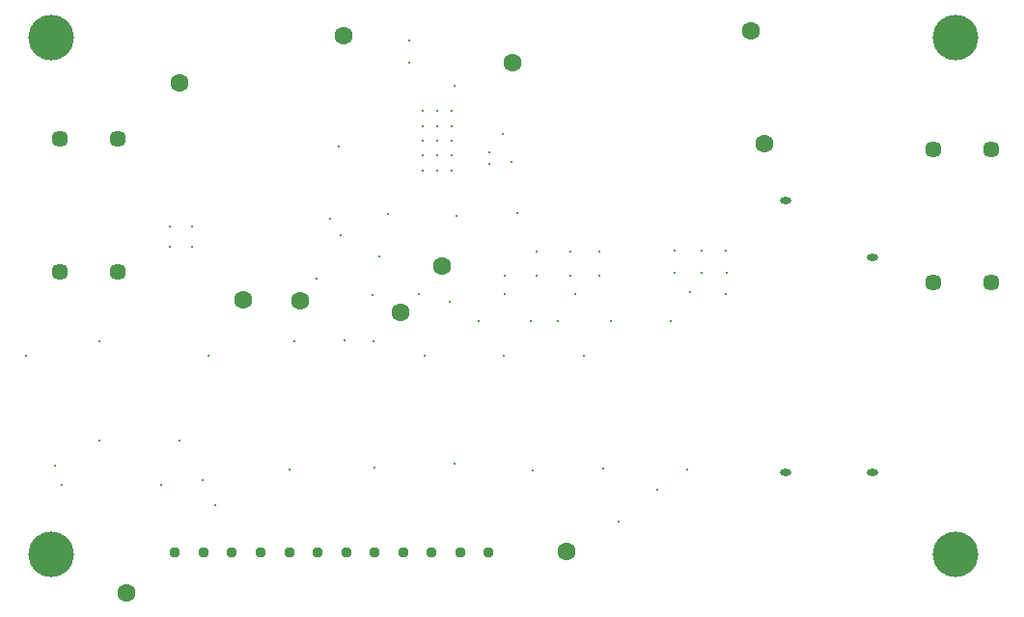
<source format=gbr>
%TF.GenerationSoftware,Altium Limited,Altium Designer,21.0.9 (235)*%
G04 Layer_Color=0*
%FSLAX45Y45*%
%MOMM*%
%TF.SameCoordinates,A479D27C-3FE7-47B0-89BC-BDD5A26E56ED*%
%TF.FilePolarity,Positive*%
%TF.FileFunction,Plated,1,2,PTH,Drill*%
%TF.Part,Single*%
G01*
G75*
%TA.AperFunction,ComponentDrill*%
%ADD67C,1.60000*%
%ADD68C,4.00000*%
%ADD69C,1.45000*%
%ADD70O,1.00000X0.60000*%
%ADD71C,0.95000*%
%TA.AperFunction,ViaDrill,NotFilled*%
%ADD72C,0.30000*%
D67*
X5950000Y960000D02*
D03*
X7690000Y4540000D02*
D03*
X2560000Y5070000D02*
D03*
X3120000Y3170000D02*
D03*
X4500000Y3060000D02*
D03*
X3620000Y3160000D02*
D03*
X7570000Y5530000D02*
D03*
X2090000Y590000D02*
D03*
X5480000Y5250000D02*
D03*
X4000000Y5490000D02*
D03*
X4860000Y3460000D02*
D03*
D68*
X1430000Y5470000D02*
D03*
X9370000D02*
D03*
X1430000Y930000D02*
D03*
X9370000D02*
D03*
D69*
X9680000Y4489984D02*
D03*
X9172000D02*
D03*
X2018001Y4580000D02*
D03*
X1510001D02*
D03*
X2018001Y3410000D02*
D03*
X1510001D02*
D03*
X9680000Y3319984D02*
D03*
X9172000D02*
D03*
D70*
X8642000Y1650000D02*
D03*
Y3540000D02*
D03*
X7880000Y4040000D02*
D03*
Y1650000D02*
D03*
D71*
X5020000Y950000D02*
D03*
X5270000D02*
D03*
X4770000D02*
D03*
X4520000D02*
D03*
X4270000D02*
D03*
X4020000D02*
D03*
X3770000D02*
D03*
X3520000D02*
D03*
X3270000D02*
D03*
X3020000D02*
D03*
X2770000D02*
D03*
X2520000D02*
D03*
D72*
X4690001Y4302500D02*
D03*
Y4822500D02*
D03*
Y4562500D02*
D03*
Y4692500D02*
D03*
X4820001Y4432500D02*
D03*
Y4302500D02*
D03*
X4950001Y4432500D02*
D03*
X4690001D02*
D03*
X4950001Y4302500D02*
D03*
X4820001Y4562500D02*
D03*
Y4692500D02*
D03*
Y4822500D02*
D03*
X4950001Y4692500D02*
D03*
Y4822500D02*
D03*
Y4562500D02*
D03*
X6240000Y3590000D02*
D03*
X6900000Y3400000D02*
D03*
Y3600000D02*
D03*
X5990000Y3590000D02*
D03*
X6240000Y3380000D02*
D03*
X4990000Y3900000D02*
D03*
X1525472Y1540000D02*
D03*
X4010000Y2810000D02*
D03*
X5520000Y3930000D02*
D03*
X7140000Y3600000D02*
D03*
X6870240Y2980000D02*
D03*
X6339760D02*
D03*
X5880241D02*
D03*
X5639760D02*
D03*
X5180241D02*
D03*
X4930000Y3150000D02*
D03*
X5280000Y4460000D02*
D03*
X7360000Y3400000D02*
D03*
X5280000Y4360000D02*
D03*
X7140000Y3400000D02*
D03*
X7350000Y3600000D02*
D03*
X5470000Y4380000D02*
D03*
X7040000Y3230000D02*
D03*
X7350000Y3220000D02*
D03*
X4577500Y5250000D02*
D03*
X6276948Y1686948D02*
D03*
X7009427Y1672158D02*
D03*
X3970000Y3730000D02*
D03*
X3960000Y4510000D02*
D03*
X2558999Y1928901D02*
D03*
X4270000Y1690000D02*
D03*
X3520000Y1680000D02*
D03*
X2470000Y3630000D02*
D03*
X2670000D02*
D03*
Y3810000D02*
D03*
X2470000D02*
D03*
X6410000Y1220000D02*
D03*
X4577500Y5440000D02*
D03*
X4973424Y5050000D02*
D03*
X5397396Y4626028D02*
D03*
X4250000Y3210000D02*
D03*
X1860000Y2806099D02*
D03*
X4970000Y1730000D02*
D03*
X2760000Y1580000D02*
D03*
X2872315Y1365052D02*
D03*
X3564000Y2806099D02*
D03*
X1470000Y1710000D02*
D03*
X5660000Y1670000D02*
D03*
X2400000Y1540000D02*
D03*
X4660000Y3220000D02*
D03*
X4388902Y3917500D02*
D03*
X5406999Y2675000D02*
D03*
X4707999D02*
D03*
X6107402Y2678270D02*
D03*
X4310000Y3550000D02*
D03*
X4263000Y2806099D02*
D03*
X3760000Y3350000D02*
D03*
X1860000Y1928901D02*
D03*
X2812999Y2675000D02*
D03*
X1213000Y2675000D02*
D03*
X3880000Y3880000D02*
D03*
X6750000Y1500000D02*
D03*
X5410000Y3220000D02*
D03*
X6030000D02*
D03*
X5990000Y3380000D02*
D03*
X5690000Y3590000D02*
D03*
Y3380000D02*
D03*
X5410000D02*
D03*
%TF.MD5,2e3b887135c6ad18af2d01f786b99366*%
M02*

</source>
